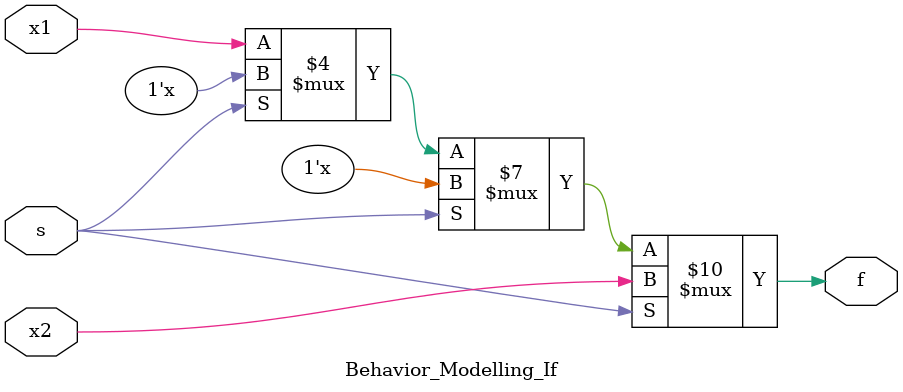
<source format=v>
`timescale 1ns / 1ps

// Author : Venu Pabbuleti 
// ID     : N180116
//Branch  : ECE
//Project : RTL design using Verilog
//Design  : Behavioral Modeling style
//Module  : Behavior_Modelling_If
//RGUKT NUZVID 
//////////////////////////////////////////////////////////////////////////////////


module Behavior_Modelling_If(x1,x2,s,f);
input x1,x2,s;
output reg f;

always@(x1,x2,s) 
begin
    if(s)
        f=x2;
    else if(!s)
        f=x1;
    else
        f=1'bx;
end
endmodule

 

</source>
